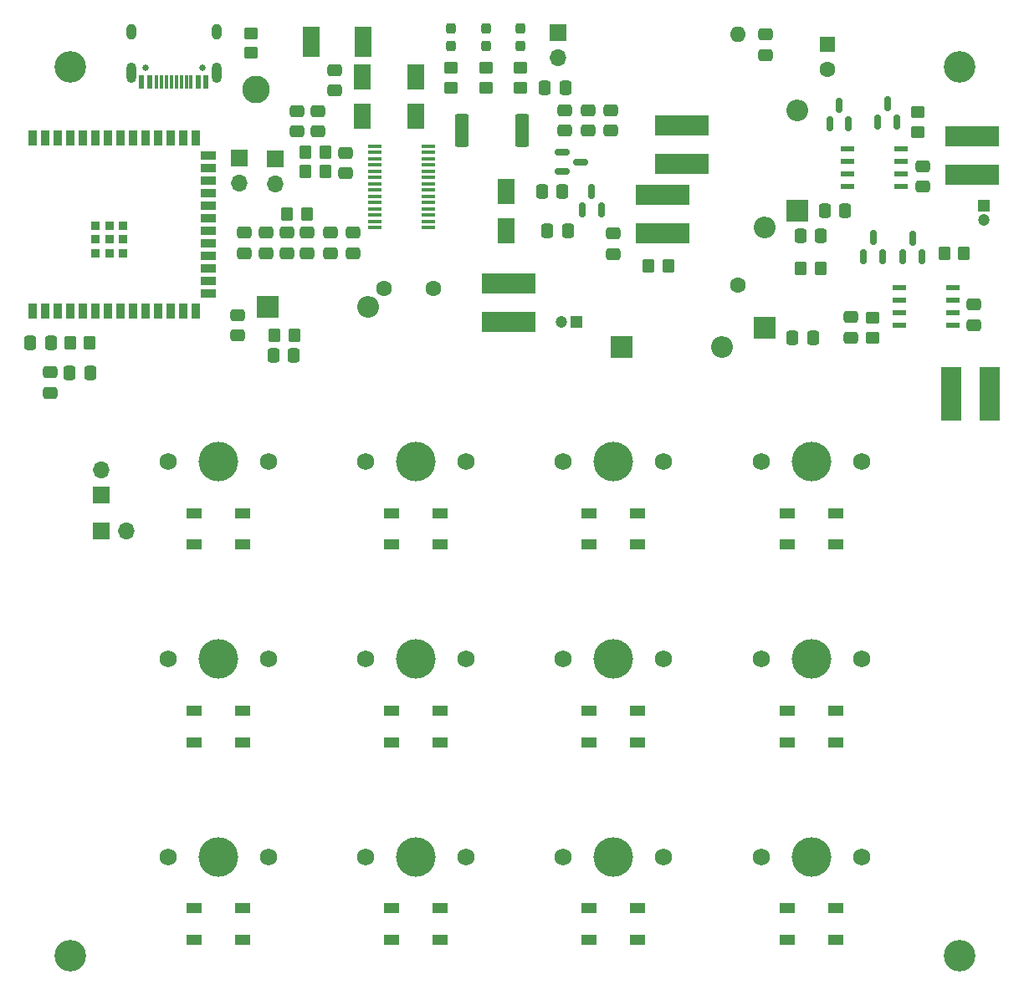
<source format=gbr>
%TF.GenerationSoftware,KiCad,Pcbnew,(6.0.0)*%
%TF.CreationDate,2022-04-21T22:47:23+02:00*%
%TF.ProjectId,keyboard_v1.0,6b657962-6f61-4726-945f-76312e302e6b,rev?*%
%TF.SameCoordinates,Original*%
%TF.FileFunction,Soldermask,Top*%
%TF.FilePolarity,Negative*%
%FSLAX46Y46*%
G04 Gerber Fmt 4.6, Leading zero omitted, Abs format (unit mm)*
G04 Created by KiCad (PCBNEW (6.0.0)) date 2022-04-21 22:47:23*
%MOMM*%
%LPD*%
G01*
G04 APERTURE LIST*
G04 Aperture macros list*
%AMRoundRect*
0 Rectangle with rounded corners*
0 $1 Rounding radius*
0 $2 $3 $4 $5 $6 $7 $8 $9 X,Y pos of 4 corners*
0 Add a 4 corners polygon primitive as box body*
4,1,4,$2,$3,$4,$5,$6,$7,$8,$9,$2,$3,0*
0 Add four circle primitives for the rounded corners*
1,1,$1+$1,$2,$3*
1,1,$1+$1,$4,$5*
1,1,$1+$1,$6,$7*
1,1,$1+$1,$8,$9*
0 Add four rect primitives between the rounded corners*
20,1,$1+$1,$2,$3,$4,$5,0*
20,1,$1+$1,$4,$5,$6,$7,0*
20,1,$1+$1,$6,$7,$8,$9,0*
20,1,$1+$1,$8,$9,$2,$3,0*%
G04 Aperture macros list end*
%ADD10R,1.700000X1.700000*%
%ADD11O,1.700000X1.700000*%
%ADD12RoundRect,0.250000X0.475000X-0.337500X0.475000X0.337500X-0.475000X0.337500X-0.475000X-0.337500X0*%
%ADD13R,1.500000X1.000000*%
%ADD14C,4.000000*%
%ADD15C,1.750000*%
%ADD16RoundRect,0.250000X0.350000X0.450000X-0.350000X0.450000X-0.350000X-0.450000X0.350000X-0.450000X0*%
%ADD17RoundRect,0.250000X-0.475000X0.337500X-0.475000X-0.337500X0.475000X-0.337500X0.475000X0.337500X0*%
%ADD18RoundRect,0.250000X-0.337500X-0.475000X0.337500X-0.475000X0.337500X0.475000X-0.337500X0.475000X0*%
%ADD19RoundRect,0.250000X0.337500X0.475000X-0.337500X0.475000X-0.337500X-0.475000X0.337500X-0.475000X0*%
%ADD20C,0.650000*%
%ADD21R,0.600000X1.450000*%
%ADD22R,0.300000X1.450000*%
%ADD23O,1.000000X2.100000*%
%ADD24O,1.000000X1.600000*%
%ADD25R,2.150000X5.500000*%
%ADD26R,1.800000X2.500000*%
%ADD27RoundRect,0.250000X-0.350000X-0.450000X0.350000X-0.450000X0.350000X0.450000X-0.350000X0.450000X0*%
%ADD28RoundRect,0.150000X0.150000X-0.587500X0.150000X0.587500X-0.150000X0.587500X-0.150000X-0.587500X0*%
%ADD29RoundRect,0.250000X0.450000X-0.350000X0.450000X0.350000X-0.450000X0.350000X-0.450000X-0.350000X0*%
%ADD30R,0.900000X1.500000*%
%ADD31R,1.500000X0.900000*%
%ADD32C,0.600000*%
%ADD33R,0.900000X0.900000*%
%ADD34C,1.600000*%
%ADD35R,1.200000X1.200000*%
%ADD36C,1.200000*%
%ADD37RoundRect,0.250000X-0.450000X0.350000X-0.450000X-0.350000X0.450000X-0.350000X0.450000X0.350000X0*%
%ADD38C,3.200000*%
%ADD39RoundRect,0.237500X-0.237500X0.287500X-0.237500X-0.287500X0.237500X-0.287500X0.237500X0.287500X0*%
%ADD40O,2.200000X2.200000*%
%ADD41R,2.200000X2.200000*%
%ADD42C,2.800000*%
%ADD43R,1.460500X0.533400*%
%ADD44RoundRect,0.249999X-0.450001X-1.425001X0.450001X-1.425001X0.450001X1.425001X-0.450001X1.425001X0*%
%ADD45R,1.460500X0.355600*%
%ADD46R,5.500000X2.150000*%
%ADD47O,1.600000X1.600000*%
%ADD48R,1.600000X1.600000*%
%ADD49RoundRect,0.150000X-0.587500X-0.150000X0.587500X-0.150000X0.587500X0.150000X-0.587500X0.150000X0*%
%ADD50R,1.780000X3.150000*%
G04 APERTURE END LIST*
D10*
%TO.C,SW17*%
X65796000Y-44319000D03*
D11*
X65796000Y-46859000D03*
%TD*%
D10*
%TO.C,SW16*%
X62110000Y-44288000D03*
D11*
X62110000Y-46828000D03*
%TD*%
D10*
%TO.C,SW15*%
X48185000Y-78384000D03*
D11*
X48185000Y-75844000D03*
%TD*%
D10*
%TO.C,SW14*%
X48139000Y-82024000D03*
D11*
X50679000Y-82024000D03*
%TD*%
D12*
%TO.C,C38*%
X97467000Y-41472500D03*
X97467000Y-39397500D03*
%TD*%
D13*
%TO.C,D24*%
X102450000Y-123400000D03*
X102450000Y-120200000D03*
X97550000Y-120200000D03*
X97550000Y-123400000D03*
%TD*%
D14*
%TO.C,SW3*%
X60000000Y-115000000D03*
D15*
X54920000Y-115000000D03*
X65080000Y-115000000D03*
%TD*%
D12*
%TO.C,C37*%
X95063000Y-41472500D03*
X95063000Y-39397500D03*
%TD*%
D16*
%TO.C,R6*%
X68979000Y-49961000D03*
X66979000Y-49961000D03*
%TD*%
D17*
%TO.C,C22*%
X67981000Y-39479500D03*
X67981000Y-41554500D03*
%TD*%
D12*
%TO.C,C41*%
X136473000Y-61148500D03*
X136473000Y-59073500D03*
%TD*%
D18*
%TO.C,C33*%
X92747500Y-47599000D03*
X94822500Y-47599000D03*
%TD*%
D19*
%TO.C,C43*%
X120965500Y-52102000D03*
X118890500Y-52102000D03*
%TD*%
D20*
%TO.C,P1*%
X58390000Y-35100000D03*
X52610000Y-35100000D03*
D21*
X58750000Y-36545000D03*
X57950000Y-36545000D03*
D22*
X56750000Y-36545000D03*
X55750000Y-36545000D03*
X55250000Y-36545000D03*
X54250000Y-36545000D03*
D21*
X53050000Y-36545000D03*
X52250000Y-36545000D03*
X52250000Y-36545000D03*
X53050000Y-36545000D03*
D22*
X53750000Y-36545000D03*
X54750000Y-36545000D03*
X56250000Y-36545000D03*
X57250000Y-36545000D03*
D21*
X57950000Y-36545000D03*
X58750000Y-36545000D03*
D23*
X51180000Y-35630000D03*
D24*
X51180000Y-31450000D03*
X59820000Y-31450000D03*
D23*
X59820000Y-35630000D03*
%TD*%
D25*
%TO.C,L3*%
X138026000Y-68100000D03*
X134176000Y-68100000D03*
%TD*%
D13*
%TO.C,D21*%
X82450000Y-123400000D03*
X82450000Y-120200000D03*
X77550000Y-120200000D03*
X77550000Y-123400000D03*
%TD*%
D26*
%TO.C,D13*%
X74604000Y-40000000D03*
X74604000Y-36000000D03*
%TD*%
D13*
%TO.C,D28*%
X122450000Y-123400000D03*
X122450000Y-120200000D03*
X117550000Y-120200000D03*
X117550000Y-123400000D03*
%TD*%
D27*
%TO.C,R32*%
X133469000Y-53889000D03*
X135469000Y-53889000D03*
%TD*%
D28*
%TO.C,Q4*%
X96853000Y-49484500D03*
X98753000Y-49484500D03*
X97803000Y-47609500D03*
%TD*%
D12*
%TO.C,C46*%
X131334000Y-47144350D03*
X131334000Y-45069350D03*
%TD*%
D29*
%TO.C,R10*%
X87081000Y-37118000D03*
X87081000Y-35118000D03*
%TD*%
D19*
%TO.C,C21*%
X47037500Y-66000000D03*
X44962500Y-66000000D03*
%TD*%
D13*
%TO.C,D22*%
X102450000Y-83400000D03*
X102450000Y-80200000D03*
X97550000Y-80200000D03*
X97550000Y-83400000D03*
%TD*%
D14*
%TO.C,SW1*%
X60000000Y-75000000D03*
D15*
X54920000Y-75000000D03*
X65080000Y-75000000D03*
%TD*%
D13*
%TO.C,D27*%
X117550000Y-100200000D03*
X117550000Y-103400000D03*
X122450000Y-103400000D03*
X122450000Y-100200000D03*
%TD*%
D14*
%TO.C,SW8*%
X100000000Y-95000000D03*
D15*
X94920000Y-95000000D03*
X105080000Y-95000000D03*
%TD*%
D12*
%TO.C,C39*%
X99725000Y-41472500D03*
X99725000Y-39397500D03*
%TD*%
D17*
%TO.C,C27*%
X68969000Y-51821500D03*
X68969000Y-53896500D03*
%TD*%
D15*
%TO.C,SW6*%
X85080000Y-115000000D03*
X74920000Y-115000000D03*
D14*
X80000000Y-115000000D03*
%TD*%
D17*
%TO.C,C29*%
X71344000Y-51821500D03*
X71344000Y-53896500D03*
%TD*%
D30*
%TO.C,ESP32*%
X41240000Y-59750000D03*
X42510000Y-59750000D03*
X43780000Y-59750000D03*
X45050000Y-59750000D03*
X46320000Y-59750000D03*
X47590000Y-59750000D03*
X48860000Y-59750000D03*
X50130000Y-59750000D03*
X51400000Y-59750000D03*
X52670000Y-59750000D03*
X53940000Y-59750000D03*
X55210000Y-59750000D03*
X56480000Y-59750000D03*
X57750000Y-59750000D03*
D31*
X59000000Y-57985000D03*
X59000000Y-56715000D03*
X59000000Y-55450000D03*
X59000000Y-54175000D03*
X59000000Y-52905000D03*
X59000000Y-51635000D03*
X59000000Y-50365000D03*
X59000000Y-49095000D03*
X59000000Y-47825000D03*
X59000000Y-46555000D03*
X59000000Y-45285000D03*
X59000000Y-44015000D03*
D30*
X57750000Y-42250000D03*
X56480000Y-42250000D03*
X55210000Y-42250000D03*
X53940000Y-42250000D03*
X52670000Y-42250000D03*
X51400000Y-42250000D03*
X50130000Y-42250000D03*
X48860000Y-42250000D03*
X47590000Y-42250000D03*
X46320000Y-42250000D03*
X45050000Y-42250000D03*
X43780000Y-42250000D03*
X42510000Y-42250000D03*
X41240000Y-42250000D03*
D32*
X47560000Y-52500000D03*
D33*
X48960000Y-51100000D03*
X48960000Y-53900000D03*
D32*
X47560000Y-51100000D03*
D33*
X50365000Y-53900000D03*
D32*
X48960000Y-51100000D03*
X50360000Y-52500000D03*
X50360000Y-53900000D03*
D33*
X48960000Y-52500000D03*
X47560000Y-53900000D03*
X50360000Y-52500000D03*
D32*
X50360000Y-51100000D03*
D33*
X47560000Y-51100000D03*
X50360000Y-51100000D03*
D32*
X48960000Y-52500000D03*
D33*
X47560000Y-52500000D03*
D32*
X47560000Y-53900000D03*
X48960000Y-53900000D03*
%TD*%
D15*
%TO.C,SW12*%
X125080000Y-115000000D03*
D14*
X120000000Y-115000000D03*
D15*
X114920000Y-115000000D03*
%TD*%
D27*
%TO.C,R8*%
X68804250Y-45634000D03*
X70804250Y-45634000D03*
%TD*%
D10*
%TO.C,BT1*%
X94420000Y-31543000D03*
D11*
X94420000Y-34083000D03*
%TD*%
D34*
%TO.C,TH1*%
X76735000Y-57485000D03*
X81735000Y-57485000D03*
%TD*%
D17*
%TO.C,C42*%
X124029000Y-60363500D03*
X124029000Y-62438500D03*
%TD*%
D35*
%TO.C,C44*%
X137510000Y-49035401D03*
D36*
X137510000Y-50535401D03*
%TD*%
D28*
%TO.C,Q2*%
X126747000Y-40589350D03*
X128647000Y-40589350D03*
X127697000Y-38714350D03*
%TD*%
D14*
%TO.C,SW7*%
X100000000Y-75000000D03*
D15*
X94920000Y-75000000D03*
X105080000Y-75000000D03*
%TD*%
D37*
%TO.C,R4*%
X63268000Y-31622000D03*
X63268000Y-33622000D03*
%TD*%
D38*
%TO.C,M3*%
X135000000Y-125000000D03*
%TD*%
D17*
%TO.C,C26*%
X64798000Y-51821500D03*
X64798000Y-53896500D03*
%TD*%
D15*
%TO.C,SW5*%
X85080000Y-95000000D03*
X74920000Y-95000000D03*
D14*
X80000000Y-95000000D03*
%TD*%
D16*
%TO.C,R31*%
X120928000Y-55424000D03*
X118928000Y-55424000D03*
%TD*%
D13*
%TO.C,D26*%
X122450000Y-83400000D03*
X122450000Y-80200000D03*
X117550000Y-80200000D03*
X117550000Y-83400000D03*
%TD*%
%TO.C,D23*%
X97550000Y-100200000D03*
X97550000Y-103400000D03*
X102450000Y-103400000D03*
X102450000Y-100200000D03*
%TD*%
D37*
%TO.C,R30*%
X126231000Y-60431000D03*
X126231000Y-62431000D03*
%TD*%
D39*
%TO.C,D37*%
X87081000Y-31152000D03*
X87081000Y-32902000D03*
%TD*%
D13*
%TO.C,D19*%
X82450000Y-83400000D03*
X82450000Y-80200000D03*
X77550000Y-80200000D03*
X77550000Y-83400000D03*
%TD*%
D39*
%TO.C,D36*%
X83581000Y-31152000D03*
X83581000Y-32902000D03*
%TD*%
D40*
%TO.C,D40*%
X115251000Y-51280000D03*
D41*
X115251000Y-61440000D03*
%TD*%
D14*
%TO.C,SW9*%
X100000000Y-115000000D03*
D15*
X94920000Y-115000000D03*
X105080000Y-115000000D03*
%TD*%
D41*
%TO.C,D42*%
X118570000Y-49571850D03*
D40*
X118570000Y-39411850D03*
%TD*%
D42*
%TO.C,TP1*%
X63841000Y-37276000D03*
%TD*%
D28*
%TO.C,Q1*%
X125324000Y-54203500D03*
X127224000Y-54203500D03*
X126274000Y-52328500D03*
%TD*%
D15*
%TO.C,SW2*%
X54920000Y-95000000D03*
D14*
X60000000Y-95000000D03*
D15*
X65080000Y-95000000D03*
%TD*%
%TO.C,SW4*%
X85080000Y-75000000D03*
D14*
X80000000Y-75000000D03*
D15*
X74920000Y-75000000D03*
%TD*%
D13*
%TO.C,D17*%
X57550000Y-100200000D03*
X57550000Y-103400000D03*
X62450000Y-103400000D03*
X62450000Y-100200000D03*
%TD*%
D39*
%TO.C,D38*%
X90581000Y-31152000D03*
X90581000Y-32902000D03*
%TD*%
D43*
%TO.C,U2*%
X128918850Y-57376000D03*
X128918850Y-58646000D03*
X128918850Y-59916000D03*
X128918850Y-61186000D03*
X134367150Y-61186000D03*
X134367150Y-59916000D03*
X134367150Y-58646000D03*
X134367150Y-57376000D03*
%TD*%
D17*
%TO.C,C23*%
X62587000Y-51821500D03*
X62587000Y-53896500D03*
%TD*%
D44*
%TO.C,R12*%
X84643000Y-41439000D03*
X90743000Y-41439000D03*
%TD*%
D28*
%TO.C,Q1*%
X129290000Y-54269500D03*
X131190000Y-54269500D03*
X130240000Y-52394500D03*
%TD*%
D45*
%TO.C,U1*%
X75794661Y-43058311D03*
X75794661Y-43693311D03*
X75794661Y-44328311D03*
X75794661Y-44963311D03*
X75794661Y-45598311D03*
X75794661Y-46233311D03*
X75794661Y-46868311D03*
X75794661Y-47503311D03*
X75794661Y-48138311D03*
X75794661Y-48773311D03*
X75794661Y-49408311D03*
X75794661Y-50043311D03*
X75794661Y-50678311D03*
X75794661Y-51313311D03*
X81242961Y-51313311D03*
X81242961Y-50678311D03*
X81242961Y-50043311D03*
X81242961Y-49408311D03*
X81242961Y-48773311D03*
X81242961Y-48138311D03*
X81242961Y-47503311D03*
X81242961Y-46868311D03*
X81242961Y-46233311D03*
X81242961Y-45598311D03*
X81242961Y-44963311D03*
X81242961Y-44328311D03*
X81242961Y-43693311D03*
X81242961Y-43058311D03*
%TD*%
D17*
%TO.C,C30*%
X73675000Y-51821500D03*
X73675000Y-53896500D03*
%TD*%
D37*
%TO.C,R35*%
X130754000Y-39622850D03*
X130754000Y-41622850D03*
%TD*%
D17*
%TO.C,C28*%
X72909250Y-43700500D03*
X72909250Y-45775500D03*
%TD*%
D46*
%TO.C,L1*%
X105002000Y-48006000D03*
X105002000Y-51856000D03*
%TD*%
D16*
%TO.C,R33*%
X105513000Y-55186000D03*
X103513000Y-55186000D03*
%TD*%
D26*
%TO.C,D35*%
X80000000Y-40000000D03*
X80000000Y-36000000D03*
%TD*%
%TO.C,D39*%
X89123000Y-47601000D03*
X89123000Y-51601000D03*
%TD*%
D28*
%TO.C,Q2*%
X121869000Y-40793350D03*
X123769000Y-40793350D03*
X122819000Y-38918350D03*
%TD*%
D46*
%TO.C,L2*%
X136330000Y-42082000D03*
X136330000Y-45932000D03*
%TD*%
D19*
%TO.C,C20*%
X43037500Y-63000000D03*
X40962500Y-63000000D03*
%TD*%
D43*
%TO.C,U3*%
X123677850Y-43317850D03*
X123677850Y-44587850D03*
X123677850Y-45857850D03*
X123677850Y-47127850D03*
X129126150Y-47127850D03*
X129126150Y-45857850D03*
X129126150Y-44587850D03*
X129126150Y-43317850D03*
%TD*%
D29*
%TO.C,R9*%
X90581000Y-37118000D03*
X90581000Y-35118000D03*
%TD*%
D34*
%TO.C,R13*%
X112560000Y-57105000D03*
D47*
X112560000Y-31705000D03*
%TD*%
D13*
%TO.C,D20*%
X77550000Y-100200000D03*
X77550000Y-103400000D03*
X82450000Y-103400000D03*
X82450000Y-100200000D03*
%TD*%
D38*
%TO.C,M3*%
X45000000Y-125000000D03*
%TD*%
D27*
%TO.C,R5*%
X45000000Y-63000000D03*
X47000000Y-63000000D03*
%TD*%
D12*
%TO.C,C50*%
X61922000Y-62227500D03*
X61922000Y-60152500D03*
%TD*%
D17*
%TO.C,C19*%
X43000000Y-65962500D03*
X43000000Y-68037500D03*
%TD*%
D13*
%TO.C,D16*%
X62450000Y-83400000D03*
X62450000Y-80200000D03*
X57550000Y-80200000D03*
X57550000Y-83400000D03*
%TD*%
D17*
%TO.C,C25*%
X70108000Y-39479500D03*
X70108000Y-41554500D03*
%TD*%
D46*
%TO.C,L4*%
X106949000Y-40983000D03*
X106949000Y-44833000D03*
%TD*%
D29*
%TO.C,R11*%
X83581000Y-37118000D03*
X83581000Y-35118000D03*
%TD*%
D38*
%TO.C,M3*%
X135000000Y-35000000D03*
%TD*%
D17*
%TO.C,C32*%
X115363000Y-31725500D03*
X115363000Y-33800500D03*
%TD*%
D15*
%TO.C,SW10*%
X114920000Y-75000000D03*
X125080000Y-75000000D03*
D14*
X120000000Y-75000000D03*
%TD*%
D48*
%TO.C,C40*%
X121605000Y-32745000D03*
D34*
X121605000Y-35245000D03*
%TD*%
D49*
%TO.C,Q3*%
X94822500Y-43694000D03*
X94822500Y-45594000D03*
X96697500Y-44644000D03*
%TD*%
D17*
%TO.C,C24*%
X66972000Y-51821500D03*
X66972000Y-53896500D03*
%TD*%
D50*
%TO.C,F1*%
X69385000Y-32500000D03*
X74615000Y-32500000D03*
%TD*%
D41*
%TO.C,D43*%
X64960000Y-59353000D03*
D40*
X75120000Y-59353000D03*
%TD*%
D15*
%TO.C,SW11*%
X125080000Y-95000000D03*
X114920000Y-95000000D03*
D14*
X120000000Y-95000000D03*
%TD*%
D17*
%TO.C,C34*%
X99969000Y-51891500D03*
X99969000Y-53966500D03*
%TD*%
D18*
%TO.C,C35*%
X93299500Y-51580000D03*
X95374500Y-51580000D03*
%TD*%
D19*
%TO.C,C48*%
X67665500Y-64244000D03*
X65590500Y-64244000D03*
%TD*%
D16*
%TO.C,R34*%
X67684000Y-62210000D03*
X65684000Y-62210000D03*
%TD*%
D18*
%TO.C,C31*%
X93056500Y-37123000D03*
X95131500Y-37123000D03*
%TD*%
D35*
%TO.C,C49*%
X96245000Y-60801000D03*
D36*
X94745000Y-60801000D03*
%TD*%
D18*
%TO.C,C47*%
X121367500Y-49605850D03*
X123442500Y-49605850D03*
%TD*%
D16*
%TO.C,R7*%
X70804250Y-43698000D03*
X68804250Y-43698000D03*
%TD*%
D13*
%TO.C,D18*%
X62450000Y-123400000D03*
X62450000Y-120200000D03*
X57550000Y-120200000D03*
X57550000Y-123400000D03*
%TD*%
D46*
%TO.C,L5*%
X89388000Y-60811000D03*
X89388000Y-56961000D03*
%TD*%
D38*
%TO.C,M3*%
X45000000Y-35000000D03*
%TD*%
D18*
%TO.C,C45*%
X118105500Y-62437000D03*
X120180500Y-62437000D03*
%TD*%
D12*
%TO.C,C36*%
X71783000Y-37420500D03*
X71783000Y-35345500D03*
%TD*%
D41*
%TO.C,D41*%
X100784000Y-63402000D03*
D40*
X110944000Y-63402000D03*
%TD*%
M02*

</source>
